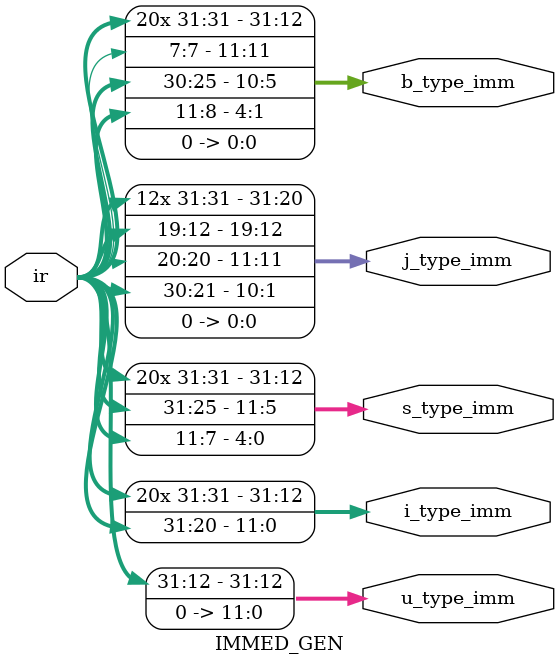
<source format=sv>
`timescale 1ns / 1ps


module IMMED_GEN(
    input [31:7] ir,
    output [31:0] u_type_imm, i_type_imm, s_type_imm, j_type_imm, b_type_imm
    );
    
    assign u_type_imm = {ir[31:12], 12'b000000000000};
    assign i_type_imm = {{21{ir[31]}}, ir[30:25], ir[24:20]};
    assign s_type_imm = {{21{ir[31]}}, ir[30:25], ir[11:7]};
    assign j_type_imm = {{12{ir[31]}}, ir[19:12], ir[20], ir[30:21], 1'b0};
    assign b_type_imm = {{20{ir[31]}}, ir[7], ir[30:25], ir[11:8], 1'b0};
    
endmodule

</source>
